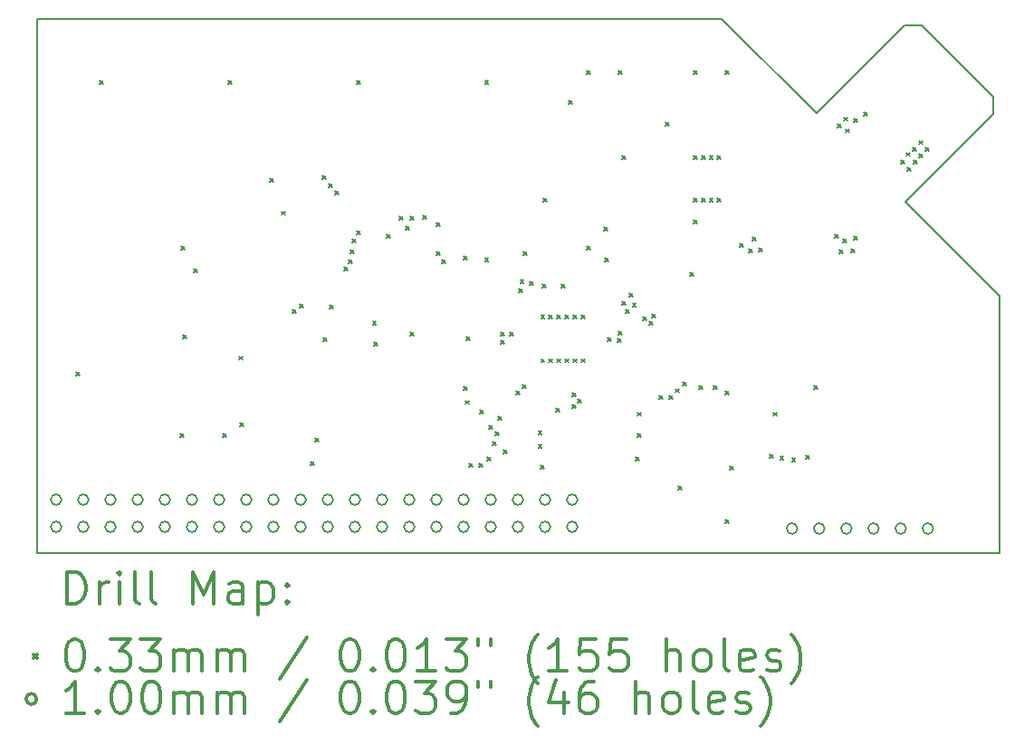
<source format=gbr>
%FSLAX45Y45*%
G04 Gerber Fmt 4.5, Leading zero omitted, Abs format (unit mm)*
G04 Created by KiCad (PCBNEW (5.0.0)) date 11/02/18 20:35:26*
%MOMM*%
%LPD*%
G01*
G04 APERTURE LIST*
%ADD10C,0.150000*%
%ADD11C,0.200000*%
%ADD12C,0.300000*%
G04 APERTURE END LIST*
D10*
X10605000Y-3065000D02*
X10765000Y-3065000D01*
X11435000Y-3895000D02*
X11435000Y-3735000D01*
X9785000Y-3885000D02*
X8900000Y-3000000D01*
X10605000Y-3065000D02*
X9785000Y-3885000D01*
X11435000Y-3735000D02*
X10765000Y-3065000D01*
X10615000Y-4715000D02*
X11435000Y-3895000D01*
X11495000Y-5595000D02*
X10615000Y-4715000D01*
X2500000Y-8000000D02*
X2500000Y-3000000D01*
X11495000Y-8000000D02*
X2500000Y-8000000D01*
X11495000Y-5595000D02*
X11495000Y-8000000D01*
X2500000Y-3000000D02*
X8900000Y-3000000D01*
D11*
X2858490Y-6308490D02*
X2891510Y-6341510D01*
X2891510Y-6308490D02*
X2858490Y-6341510D01*
X3083490Y-3583490D02*
X3116510Y-3616510D01*
X3116510Y-3583490D02*
X3083490Y-3616510D01*
X3833490Y-6883490D02*
X3866510Y-6916510D01*
X3866510Y-6883490D02*
X3833490Y-6916510D01*
X3843490Y-5133490D02*
X3876510Y-5166510D01*
X3876510Y-5133490D02*
X3843490Y-5166510D01*
X3858490Y-5958490D02*
X3891510Y-5991510D01*
X3891510Y-5958490D02*
X3858490Y-5991510D01*
X3963490Y-5343490D02*
X3996510Y-5376510D01*
X3996510Y-5343490D02*
X3963490Y-5376510D01*
X4233490Y-6883490D02*
X4266510Y-6916510D01*
X4266510Y-6883490D02*
X4233490Y-6916510D01*
X4283490Y-3583490D02*
X4316510Y-3616510D01*
X4316510Y-3583490D02*
X4283490Y-3616510D01*
X4383490Y-6158490D02*
X4416510Y-6191510D01*
X4416510Y-6158490D02*
X4383490Y-6191510D01*
X4393480Y-6783490D02*
X4426500Y-6816510D01*
X4426500Y-6783490D02*
X4393480Y-6816510D01*
X4673490Y-4493490D02*
X4706510Y-4526510D01*
X4706510Y-4493490D02*
X4673490Y-4526510D01*
X4783490Y-4803490D02*
X4816510Y-4836510D01*
X4816510Y-4803490D02*
X4783490Y-4836510D01*
X4886434Y-5723782D02*
X4919454Y-5756802D01*
X4919454Y-5723782D02*
X4886434Y-5756802D01*
X4953490Y-5673490D02*
X4986510Y-5706510D01*
X4986510Y-5673490D02*
X4953490Y-5706510D01*
X5053490Y-7143490D02*
X5086510Y-7176510D01*
X5086510Y-7143490D02*
X5053490Y-7176510D01*
X5093490Y-6923490D02*
X5126510Y-6956510D01*
X5126510Y-6923490D02*
X5093490Y-6956510D01*
X5166340Y-4470714D02*
X5199360Y-4503734D01*
X5199360Y-4470714D02*
X5166340Y-4503734D01*
X5173490Y-5983490D02*
X5206510Y-6016510D01*
X5206510Y-5983490D02*
X5173490Y-6016510D01*
X5223490Y-4543490D02*
X5256510Y-4576510D01*
X5256510Y-4543490D02*
X5223490Y-4576510D01*
X5233490Y-5683490D02*
X5266510Y-5716510D01*
X5266510Y-5683490D02*
X5233490Y-5716510D01*
X5283490Y-4613490D02*
X5316510Y-4646510D01*
X5316510Y-4613490D02*
X5283490Y-4646510D01*
X5363490Y-5323490D02*
X5396510Y-5356510D01*
X5396510Y-5323490D02*
X5363490Y-5356510D01*
X5409985Y-5253747D02*
X5443005Y-5286767D01*
X5443005Y-5253747D02*
X5409985Y-5286767D01*
X5423490Y-5163490D02*
X5456510Y-5196510D01*
X5456510Y-5163490D02*
X5423490Y-5196510D01*
X5443439Y-5063465D02*
X5476459Y-5096485D01*
X5476459Y-5063465D02*
X5443439Y-5096485D01*
X5483490Y-3583490D02*
X5516510Y-3616510D01*
X5516510Y-3583490D02*
X5483490Y-3616510D01*
X5483490Y-4983490D02*
X5516510Y-5016510D01*
X5516510Y-4983490D02*
X5483490Y-5016510D01*
X5633490Y-5833490D02*
X5666510Y-5866510D01*
X5666510Y-5833490D02*
X5633490Y-5866510D01*
X5643490Y-6023490D02*
X5676510Y-6056510D01*
X5676510Y-6023490D02*
X5643490Y-6056510D01*
X5763490Y-5023020D02*
X5796510Y-5056040D01*
X5796510Y-5023020D02*
X5763490Y-5056040D01*
X5883490Y-4853490D02*
X5916510Y-4886510D01*
X5916510Y-4853490D02*
X5883490Y-4886510D01*
X5943490Y-4943490D02*
X5976510Y-4976510D01*
X5976510Y-4943490D02*
X5943490Y-4976510D01*
X5983490Y-4853490D02*
X6016510Y-4886510D01*
X6016510Y-4853490D02*
X5983490Y-4886510D01*
X5983490Y-5933490D02*
X6016510Y-5966510D01*
X6016510Y-5933490D02*
X5983490Y-5966510D01*
X6103490Y-4843490D02*
X6136510Y-4876510D01*
X6136510Y-4843490D02*
X6103490Y-4876510D01*
X6233490Y-4908490D02*
X6266510Y-4941510D01*
X6266510Y-4908490D02*
X6233490Y-4941510D01*
X6233490Y-5183490D02*
X6266510Y-5216510D01*
X6266510Y-5183490D02*
X6233490Y-5216510D01*
X6283490Y-5253490D02*
X6316510Y-5286510D01*
X6316510Y-5253490D02*
X6283490Y-5286510D01*
X6483490Y-5223490D02*
X6516510Y-5256510D01*
X6516510Y-5223490D02*
X6483490Y-5256510D01*
X6483490Y-6443490D02*
X6516510Y-6476510D01*
X6516510Y-6443490D02*
X6483490Y-6476510D01*
X6503490Y-6573490D02*
X6536510Y-6606510D01*
X6536510Y-6573490D02*
X6503490Y-6606510D01*
X6513490Y-5973490D02*
X6546510Y-6006510D01*
X6546510Y-5973490D02*
X6513490Y-6006510D01*
X6533490Y-7163490D02*
X6566510Y-7196510D01*
X6566510Y-7163490D02*
X6533490Y-7196510D01*
X6628519Y-7160640D02*
X6661539Y-7193660D01*
X6661539Y-7160640D02*
X6628519Y-7193660D01*
X6633490Y-6663490D02*
X6666510Y-6696510D01*
X6666510Y-6663490D02*
X6633490Y-6696510D01*
X6683490Y-3583490D02*
X6716510Y-3616510D01*
X6716510Y-3583490D02*
X6683490Y-3616510D01*
X6683490Y-5243490D02*
X6716510Y-5276510D01*
X6716510Y-5243490D02*
X6683490Y-5276510D01*
X6703490Y-7103490D02*
X6736510Y-7136510D01*
X6736510Y-7103490D02*
X6703490Y-7136510D01*
X6723490Y-6803490D02*
X6756510Y-6836510D01*
X6756510Y-6803490D02*
X6723490Y-6836510D01*
X6758490Y-6958490D02*
X6791510Y-6991510D01*
X6791510Y-6958490D02*
X6758490Y-6991510D01*
X6783490Y-6863490D02*
X6816510Y-6896510D01*
X6816510Y-6863490D02*
X6783490Y-6896510D01*
X6803490Y-6723490D02*
X6836510Y-6756510D01*
X6836510Y-6723490D02*
X6803490Y-6756510D01*
X6833490Y-5933490D02*
X6866510Y-5966510D01*
X6866510Y-5933490D02*
X6833490Y-5966510D01*
X6833490Y-6013490D02*
X6866510Y-6046510D01*
X6866510Y-6013490D02*
X6833490Y-6046510D01*
X6858490Y-7033490D02*
X6891510Y-7066510D01*
X6891510Y-7033490D02*
X6858490Y-7066510D01*
X6913490Y-5933490D02*
X6946510Y-5966510D01*
X6946510Y-5933490D02*
X6913490Y-5966510D01*
X6973490Y-6483490D02*
X7006510Y-6516510D01*
X7006510Y-6483490D02*
X6973490Y-6516510D01*
X6998490Y-5529740D02*
X7031510Y-5562760D01*
X7031510Y-5529740D02*
X6998490Y-5562760D01*
X7013490Y-5443490D02*
X7046510Y-5476510D01*
X7046510Y-5443490D02*
X7013490Y-5476510D01*
X7033490Y-6423490D02*
X7066510Y-6456510D01*
X7066510Y-6423490D02*
X7033490Y-6456510D01*
X7043490Y-5183490D02*
X7076510Y-5216510D01*
X7076510Y-5183490D02*
X7043490Y-5216510D01*
X7103490Y-5463490D02*
X7136510Y-5496510D01*
X7136510Y-5463490D02*
X7103490Y-5496510D01*
X7183490Y-6858490D02*
X7216510Y-6891510D01*
X7216510Y-6858490D02*
X7183490Y-6891510D01*
X7183490Y-6983490D02*
X7216510Y-7016510D01*
X7216510Y-6983490D02*
X7183490Y-7016510D01*
X7203490Y-7178490D02*
X7236510Y-7211510D01*
X7236510Y-7178490D02*
X7203490Y-7211510D01*
X7208490Y-5773490D02*
X7241510Y-5806510D01*
X7241510Y-5773490D02*
X7208490Y-5806510D01*
X7208490Y-6183490D02*
X7241510Y-6216510D01*
X7241510Y-6183490D02*
X7208490Y-6216510D01*
X7223490Y-5483490D02*
X7256510Y-5516510D01*
X7256510Y-5483490D02*
X7223490Y-5516510D01*
X7233490Y-4683490D02*
X7266510Y-4716510D01*
X7266510Y-4683490D02*
X7233490Y-4716510D01*
X7283490Y-5773490D02*
X7316510Y-5806510D01*
X7316510Y-5773490D02*
X7283490Y-5806510D01*
X7283490Y-6183490D02*
X7316510Y-6216510D01*
X7316510Y-6183490D02*
X7283490Y-6216510D01*
X7348490Y-6643490D02*
X7381510Y-6676510D01*
X7381510Y-6643490D02*
X7348490Y-6676510D01*
X7358490Y-5773490D02*
X7391510Y-5806510D01*
X7391510Y-5773490D02*
X7358490Y-5806510D01*
X7358490Y-6183490D02*
X7391510Y-6216510D01*
X7391510Y-6183490D02*
X7358490Y-6216510D01*
X7399890Y-5482846D02*
X7432910Y-5515866D01*
X7432910Y-5482846D02*
X7399890Y-5515866D01*
X7433490Y-5773490D02*
X7466510Y-5806510D01*
X7466510Y-5773490D02*
X7433490Y-5806510D01*
X7433490Y-6183490D02*
X7466510Y-6216510D01*
X7466510Y-6183490D02*
X7433490Y-6216510D01*
X7463490Y-3763490D02*
X7496510Y-3796510D01*
X7496510Y-3763490D02*
X7463490Y-3796510D01*
X7503490Y-6503490D02*
X7536510Y-6536510D01*
X7536510Y-6503490D02*
X7503490Y-6536510D01*
X7503490Y-6613490D02*
X7536510Y-6646510D01*
X7536510Y-6613490D02*
X7503490Y-6646510D01*
X7508490Y-5773490D02*
X7541510Y-5806510D01*
X7541510Y-5773490D02*
X7508490Y-5806510D01*
X7508490Y-6183490D02*
X7541510Y-6216510D01*
X7541510Y-6183490D02*
X7508490Y-6216510D01*
X7548490Y-6558490D02*
X7581510Y-6591510D01*
X7581510Y-6558490D02*
X7548490Y-6591510D01*
X7583490Y-5773490D02*
X7616510Y-5806510D01*
X7616510Y-5773490D02*
X7583490Y-5806510D01*
X7583490Y-6183490D02*
X7616510Y-6216510D01*
X7616510Y-6183490D02*
X7583490Y-6216510D01*
X7633490Y-3483490D02*
X7666510Y-3516510D01*
X7666510Y-3483490D02*
X7633490Y-3516510D01*
X7633490Y-5133490D02*
X7666510Y-5166510D01*
X7666510Y-5133490D02*
X7633490Y-5166510D01*
X7793490Y-4953490D02*
X7826510Y-4986510D01*
X7826510Y-4953490D02*
X7793490Y-4986510D01*
X7803490Y-5243490D02*
X7836510Y-5276510D01*
X7836510Y-5243490D02*
X7803490Y-5276510D01*
X7833490Y-5983490D02*
X7866510Y-6016510D01*
X7866510Y-5983490D02*
X7833490Y-6016510D01*
X7923490Y-5993490D02*
X7956510Y-6026510D01*
X7956510Y-5993490D02*
X7923490Y-6026510D01*
X7933490Y-3483490D02*
X7966510Y-3516510D01*
X7966510Y-3483490D02*
X7933490Y-3516510D01*
X7933490Y-5923490D02*
X7966510Y-5956510D01*
X7966510Y-5923490D02*
X7933490Y-5956510D01*
X7963490Y-4283490D02*
X7996510Y-4316510D01*
X7996510Y-4283490D02*
X7963490Y-4316510D01*
X7963490Y-5643490D02*
X7996510Y-5676510D01*
X7996510Y-5643490D02*
X7963490Y-5676510D01*
X8003490Y-5723490D02*
X8036510Y-5756510D01*
X8036510Y-5723490D02*
X8003490Y-5756510D01*
X8033490Y-5573490D02*
X8066510Y-5606510D01*
X8066510Y-5573490D02*
X8033490Y-5606510D01*
X8063490Y-5663490D02*
X8096510Y-5696510D01*
X8096510Y-5663490D02*
X8063490Y-5696510D01*
X8093490Y-7103490D02*
X8126510Y-7136510D01*
X8126510Y-7103490D02*
X8093490Y-7136510D01*
X8113490Y-6683490D02*
X8146510Y-6716510D01*
X8146510Y-6683490D02*
X8113490Y-6716510D01*
X8113490Y-6883490D02*
X8146510Y-6916510D01*
X8146510Y-6883490D02*
X8113490Y-6916510D01*
X8163490Y-5793490D02*
X8196510Y-5826510D01*
X8196510Y-5793490D02*
X8163490Y-5826510D01*
X8223490Y-5833490D02*
X8256510Y-5866510D01*
X8256510Y-5833490D02*
X8223490Y-5866510D01*
X8243490Y-5763490D02*
X8276510Y-5796510D01*
X8276510Y-5763490D02*
X8243490Y-5796510D01*
X8313490Y-6523490D02*
X8346510Y-6556510D01*
X8346510Y-6523490D02*
X8313490Y-6556510D01*
X8373490Y-3973490D02*
X8406510Y-4006510D01*
X8406510Y-3973490D02*
X8373490Y-4006510D01*
X8403490Y-6523490D02*
X8436510Y-6556510D01*
X8436510Y-6523490D02*
X8403490Y-6556510D01*
X8463490Y-6463490D02*
X8496510Y-6496510D01*
X8496510Y-6463490D02*
X8463490Y-6496510D01*
X8493490Y-7373490D02*
X8526510Y-7406510D01*
X8526510Y-7373490D02*
X8493490Y-7406510D01*
X8533490Y-6403490D02*
X8566510Y-6436510D01*
X8566510Y-6403490D02*
X8533490Y-6436510D01*
X8598490Y-5373490D02*
X8631510Y-5406510D01*
X8631510Y-5373490D02*
X8598490Y-5406510D01*
X8633490Y-3483490D02*
X8666510Y-3516510D01*
X8666510Y-3483490D02*
X8633490Y-3516510D01*
X8633490Y-4283490D02*
X8666510Y-4316510D01*
X8666510Y-4283490D02*
X8633490Y-4316510D01*
X8633490Y-4683490D02*
X8666510Y-4716510D01*
X8666510Y-4683490D02*
X8633490Y-4716510D01*
X8633490Y-4883490D02*
X8666510Y-4916510D01*
X8666510Y-4883490D02*
X8633490Y-4916510D01*
X8683490Y-6433490D02*
X8716510Y-6466510D01*
X8716510Y-6433490D02*
X8683490Y-6466510D01*
X8708490Y-4283490D02*
X8741510Y-4316510D01*
X8741510Y-4283490D02*
X8708490Y-4316510D01*
X8708490Y-4683490D02*
X8741510Y-4716510D01*
X8741510Y-4683490D02*
X8708490Y-4716510D01*
X8783490Y-4283490D02*
X8816510Y-4316510D01*
X8816510Y-4283490D02*
X8783490Y-4316510D01*
X8783490Y-4683490D02*
X8816510Y-4716510D01*
X8816510Y-4683490D02*
X8783490Y-4716510D01*
X8823490Y-6433490D02*
X8856510Y-6466510D01*
X8856510Y-6433490D02*
X8823490Y-6466510D01*
X8858490Y-4283490D02*
X8891510Y-4316510D01*
X8891510Y-4283490D02*
X8858490Y-4316510D01*
X8858490Y-4683490D02*
X8891510Y-4716510D01*
X8891510Y-4683490D02*
X8858490Y-4716510D01*
X8933490Y-3483490D02*
X8966510Y-3516510D01*
X8966510Y-3483490D02*
X8933490Y-3516510D01*
X8933490Y-6483490D02*
X8966510Y-6516510D01*
X8966510Y-6483490D02*
X8933490Y-6516510D01*
X8933490Y-7683490D02*
X8966510Y-7716510D01*
X8966510Y-7683490D02*
X8933490Y-7716510D01*
X8973490Y-7183490D02*
X9006510Y-7216510D01*
X9006510Y-7183490D02*
X8973490Y-7216510D01*
X9063490Y-5103490D02*
X9096510Y-5136510D01*
X9096510Y-5103490D02*
X9063490Y-5136510D01*
X9153079Y-5153079D02*
X9186099Y-5186099D01*
X9186099Y-5153079D02*
X9153079Y-5186099D01*
X9183490Y-5043490D02*
X9216510Y-5076510D01*
X9216510Y-5043490D02*
X9183490Y-5076510D01*
X9243490Y-5143490D02*
X9276510Y-5176510D01*
X9276510Y-5143490D02*
X9243490Y-5176510D01*
X9343490Y-7073490D02*
X9376510Y-7106510D01*
X9376510Y-7073490D02*
X9343490Y-7106510D01*
X9383490Y-6683490D02*
X9416510Y-6716510D01*
X9416510Y-6683490D02*
X9383490Y-6716510D01*
X9443490Y-7093490D02*
X9476510Y-7126510D01*
X9476510Y-7093490D02*
X9443490Y-7126510D01*
X9553490Y-7113490D02*
X9586510Y-7146510D01*
X9586510Y-7113490D02*
X9553490Y-7146510D01*
X9683490Y-7083490D02*
X9716510Y-7116510D01*
X9716510Y-7083490D02*
X9683490Y-7116510D01*
X9763490Y-6433490D02*
X9796510Y-6466510D01*
X9796510Y-6433490D02*
X9763490Y-6466510D01*
X9953490Y-5023490D02*
X9986510Y-5056510D01*
X9986510Y-5023490D02*
X9953490Y-5056510D01*
X9983490Y-3983490D02*
X10016510Y-4016510D01*
X10016510Y-3983490D02*
X9983490Y-4016510D01*
X9998490Y-5163490D02*
X10031510Y-5196510D01*
X10031510Y-5163490D02*
X9998490Y-5196510D01*
X10033490Y-5063490D02*
X10066510Y-5096510D01*
X10066510Y-5063490D02*
X10033490Y-5096510D01*
X10043490Y-3923490D02*
X10076510Y-3956510D01*
X10076510Y-3923490D02*
X10043490Y-3956510D01*
X10058490Y-4033490D02*
X10091510Y-4066510D01*
X10091510Y-4033490D02*
X10058490Y-4066510D01*
X10108490Y-5158490D02*
X10141510Y-5191510D01*
X10141510Y-5158490D02*
X10108490Y-5191510D01*
X10133490Y-3933490D02*
X10166510Y-3966510D01*
X10166510Y-3933490D02*
X10133490Y-3966510D01*
X10133490Y-5033490D02*
X10166510Y-5066510D01*
X10166510Y-5033490D02*
X10133490Y-5066510D01*
X10223490Y-3873490D02*
X10256510Y-3906510D01*
X10256510Y-3873490D02*
X10223490Y-3906510D01*
X10573490Y-4323490D02*
X10606510Y-4356510D01*
X10606510Y-4323490D02*
X10573490Y-4356510D01*
X10623490Y-4253490D02*
X10656510Y-4286510D01*
X10656510Y-4253490D02*
X10623490Y-4286510D01*
X10633490Y-4393490D02*
X10666510Y-4426510D01*
X10666510Y-4393490D02*
X10633490Y-4426510D01*
X10683490Y-4203490D02*
X10716510Y-4236510D01*
X10716510Y-4203490D02*
X10683490Y-4236510D01*
X10693490Y-4323490D02*
X10726510Y-4356510D01*
X10726510Y-4323490D02*
X10693490Y-4356510D01*
X10743490Y-4143490D02*
X10776510Y-4176510D01*
X10776510Y-4143490D02*
X10743490Y-4176510D01*
X10743490Y-4263490D02*
X10776510Y-4296510D01*
X10776510Y-4263490D02*
X10743490Y-4296510D01*
X10803490Y-4203490D02*
X10836510Y-4236510D01*
X10836510Y-4203490D02*
X10803490Y-4236510D01*
X2724000Y-7500000D02*
G75*
G03X2724000Y-7500000I-50000J0D01*
G01*
X2724000Y-7754000D02*
G75*
G03X2724000Y-7754000I-50000J0D01*
G01*
X2978000Y-7500000D02*
G75*
G03X2978000Y-7500000I-50000J0D01*
G01*
X2978000Y-7754000D02*
G75*
G03X2978000Y-7754000I-50000J0D01*
G01*
X3232000Y-7500000D02*
G75*
G03X3232000Y-7500000I-50000J0D01*
G01*
X3232000Y-7754000D02*
G75*
G03X3232000Y-7754000I-50000J0D01*
G01*
X3486000Y-7500000D02*
G75*
G03X3486000Y-7500000I-50000J0D01*
G01*
X3486000Y-7754000D02*
G75*
G03X3486000Y-7754000I-50000J0D01*
G01*
X3740000Y-7500000D02*
G75*
G03X3740000Y-7500000I-50000J0D01*
G01*
X3740000Y-7754000D02*
G75*
G03X3740000Y-7754000I-50000J0D01*
G01*
X3994000Y-7500000D02*
G75*
G03X3994000Y-7500000I-50000J0D01*
G01*
X3994000Y-7754000D02*
G75*
G03X3994000Y-7754000I-50000J0D01*
G01*
X4248000Y-7500000D02*
G75*
G03X4248000Y-7500000I-50000J0D01*
G01*
X4248000Y-7754000D02*
G75*
G03X4248000Y-7754000I-50000J0D01*
G01*
X4502000Y-7500000D02*
G75*
G03X4502000Y-7500000I-50000J0D01*
G01*
X4502000Y-7754000D02*
G75*
G03X4502000Y-7754000I-50000J0D01*
G01*
X4756000Y-7500000D02*
G75*
G03X4756000Y-7500000I-50000J0D01*
G01*
X4756000Y-7754000D02*
G75*
G03X4756000Y-7754000I-50000J0D01*
G01*
X5010000Y-7500000D02*
G75*
G03X5010000Y-7500000I-50000J0D01*
G01*
X5010000Y-7754000D02*
G75*
G03X5010000Y-7754000I-50000J0D01*
G01*
X5264000Y-7500000D02*
G75*
G03X5264000Y-7500000I-50000J0D01*
G01*
X5264000Y-7754000D02*
G75*
G03X5264000Y-7754000I-50000J0D01*
G01*
X5518000Y-7500000D02*
G75*
G03X5518000Y-7500000I-50000J0D01*
G01*
X5518000Y-7754000D02*
G75*
G03X5518000Y-7754000I-50000J0D01*
G01*
X5772000Y-7500000D02*
G75*
G03X5772000Y-7500000I-50000J0D01*
G01*
X5772000Y-7754000D02*
G75*
G03X5772000Y-7754000I-50000J0D01*
G01*
X6026000Y-7500000D02*
G75*
G03X6026000Y-7500000I-50000J0D01*
G01*
X6026000Y-7754000D02*
G75*
G03X6026000Y-7754000I-50000J0D01*
G01*
X6280000Y-7500000D02*
G75*
G03X6280000Y-7500000I-50000J0D01*
G01*
X6280000Y-7754000D02*
G75*
G03X6280000Y-7754000I-50000J0D01*
G01*
X6534000Y-7500000D02*
G75*
G03X6534000Y-7500000I-50000J0D01*
G01*
X6534000Y-7754000D02*
G75*
G03X6534000Y-7754000I-50000J0D01*
G01*
X6788000Y-7500000D02*
G75*
G03X6788000Y-7500000I-50000J0D01*
G01*
X6788000Y-7754000D02*
G75*
G03X6788000Y-7754000I-50000J0D01*
G01*
X7042000Y-7500000D02*
G75*
G03X7042000Y-7500000I-50000J0D01*
G01*
X7042000Y-7754000D02*
G75*
G03X7042000Y-7754000I-50000J0D01*
G01*
X7296000Y-7500000D02*
G75*
G03X7296000Y-7500000I-50000J0D01*
G01*
X7296000Y-7754000D02*
G75*
G03X7296000Y-7754000I-50000J0D01*
G01*
X7550000Y-7500000D02*
G75*
G03X7550000Y-7500000I-50000J0D01*
G01*
X7550000Y-7754000D02*
G75*
G03X7550000Y-7754000I-50000J0D01*
G01*
X9606000Y-7770000D02*
G75*
G03X9606000Y-7770000I-50000J0D01*
G01*
X9860000Y-7770000D02*
G75*
G03X9860000Y-7770000I-50000J0D01*
G01*
X10114000Y-7770000D02*
G75*
G03X10114000Y-7770000I-50000J0D01*
G01*
X10368000Y-7770000D02*
G75*
G03X10368000Y-7770000I-50000J0D01*
G01*
X10622000Y-7770000D02*
G75*
G03X10622000Y-7770000I-50000J0D01*
G01*
X10876000Y-7770000D02*
G75*
G03X10876000Y-7770000I-50000J0D01*
G01*
D12*
X2778928Y-8473214D02*
X2778928Y-8173214D01*
X2850357Y-8173214D01*
X2893214Y-8187500D01*
X2921786Y-8216071D01*
X2936071Y-8244643D01*
X2950357Y-8301786D01*
X2950357Y-8344643D01*
X2936071Y-8401786D01*
X2921786Y-8430357D01*
X2893214Y-8458929D01*
X2850357Y-8473214D01*
X2778928Y-8473214D01*
X3078928Y-8473214D02*
X3078928Y-8273214D01*
X3078928Y-8330357D02*
X3093214Y-8301786D01*
X3107500Y-8287500D01*
X3136071Y-8273214D01*
X3164643Y-8273214D01*
X3264643Y-8473214D02*
X3264643Y-8273214D01*
X3264643Y-8173214D02*
X3250357Y-8187500D01*
X3264643Y-8201786D01*
X3278928Y-8187500D01*
X3264643Y-8173214D01*
X3264643Y-8201786D01*
X3450357Y-8473214D02*
X3421786Y-8458929D01*
X3407500Y-8430357D01*
X3407500Y-8173214D01*
X3607500Y-8473214D02*
X3578928Y-8458929D01*
X3564643Y-8430357D01*
X3564643Y-8173214D01*
X3950357Y-8473214D02*
X3950357Y-8173214D01*
X4050357Y-8387500D01*
X4150357Y-8173214D01*
X4150357Y-8473214D01*
X4421786Y-8473214D02*
X4421786Y-8316071D01*
X4407500Y-8287500D01*
X4378928Y-8273214D01*
X4321786Y-8273214D01*
X4293214Y-8287500D01*
X4421786Y-8458929D02*
X4393214Y-8473214D01*
X4321786Y-8473214D01*
X4293214Y-8458929D01*
X4278928Y-8430357D01*
X4278928Y-8401786D01*
X4293214Y-8373214D01*
X4321786Y-8358929D01*
X4393214Y-8358929D01*
X4421786Y-8344643D01*
X4564643Y-8273214D02*
X4564643Y-8573214D01*
X4564643Y-8287500D02*
X4593214Y-8273214D01*
X4650357Y-8273214D01*
X4678928Y-8287500D01*
X4693214Y-8301786D01*
X4707500Y-8330357D01*
X4707500Y-8416072D01*
X4693214Y-8444643D01*
X4678928Y-8458929D01*
X4650357Y-8473214D01*
X4593214Y-8473214D01*
X4564643Y-8458929D01*
X4836071Y-8444643D02*
X4850357Y-8458929D01*
X4836071Y-8473214D01*
X4821786Y-8458929D01*
X4836071Y-8444643D01*
X4836071Y-8473214D01*
X4836071Y-8287500D02*
X4850357Y-8301786D01*
X4836071Y-8316071D01*
X4821786Y-8301786D01*
X4836071Y-8287500D01*
X4836071Y-8316071D01*
X2459480Y-8950990D02*
X2492500Y-8984010D01*
X2492500Y-8950990D02*
X2459480Y-8984010D01*
X2836071Y-8803214D02*
X2864643Y-8803214D01*
X2893214Y-8817500D01*
X2907500Y-8831786D01*
X2921786Y-8860357D01*
X2936071Y-8917500D01*
X2936071Y-8988929D01*
X2921786Y-9046072D01*
X2907500Y-9074643D01*
X2893214Y-9088929D01*
X2864643Y-9103214D01*
X2836071Y-9103214D01*
X2807500Y-9088929D01*
X2793214Y-9074643D01*
X2778928Y-9046072D01*
X2764643Y-8988929D01*
X2764643Y-8917500D01*
X2778928Y-8860357D01*
X2793214Y-8831786D01*
X2807500Y-8817500D01*
X2836071Y-8803214D01*
X3064643Y-9074643D02*
X3078928Y-9088929D01*
X3064643Y-9103214D01*
X3050357Y-9088929D01*
X3064643Y-9074643D01*
X3064643Y-9103214D01*
X3178928Y-8803214D02*
X3364643Y-8803214D01*
X3264643Y-8917500D01*
X3307500Y-8917500D01*
X3336071Y-8931786D01*
X3350357Y-8946072D01*
X3364643Y-8974643D01*
X3364643Y-9046072D01*
X3350357Y-9074643D01*
X3336071Y-9088929D01*
X3307500Y-9103214D01*
X3221786Y-9103214D01*
X3193214Y-9088929D01*
X3178928Y-9074643D01*
X3464643Y-8803214D02*
X3650357Y-8803214D01*
X3550357Y-8917500D01*
X3593214Y-8917500D01*
X3621786Y-8931786D01*
X3636071Y-8946072D01*
X3650357Y-8974643D01*
X3650357Y-9046072D01*
X3636071Y-9074643D01*
X3621786Y-9088929D01*
X3593214Y-9103214D01*
X3507500Y-9103214D01*
X3478928Y-9088929D01*
X3464643Y-9074643D01*
X3778928Y-9103214D02*
X3778928Y-8903214D01*
X3778928Y-8931786D02*
X3793214Y-8917500D01*
X3821786Y-8903214D01*
X3864643Y-8903214D01*
X3893214Y-8917500D01*
X3907500Y-8946072D01*
X3907500Y-9103214D01*
X3907500Y-8946072D02*
X3921786Y-8917500D01*
X3950357Y-8903214D01*
X3993214Y-8903214D01*
X4021786Y-8917500D01*
X4036071Y-8946072D01*
X4036071Y-9103214D01*
X4178928Y-9103214D02*
X4178928Y-8903214D01*
X4178928Y-8931786D02*
X4193214Y-8917500D01*
X4221786Y-8903214D01*
X4264643Y-8903214D01*
X4293214Y-8917500D01*
X4307500Y-8946072D01*
X4307500Y-9103214D01*
X4307500Y-8946072D02*
X4321786Y-8917500D01*
X4350357Y-8903214D01*
X4393214Y-8903214D01*
X4421786Y-8917500D01*
X4436071Y-8946072D01*
X4436071Y-9103214D01*
X5021786Y-8788929D02*
X4764643Y-9174643D01*
X5407500Y-8803214D02*
X5436071Y-8803214D01*
X5464643Y-8817500D01*
X5478928Y-8831786D01*
X5493214Y-8860357D01*
X5507500Y-8917500D01*
X5507500Y-8988929D01*
X5493214Y-9046072D01*
X5478928Y-9074643D01*
X5464643Y-9088929D01*
X5436071Y-9103214D01*
X5407500Y-9103214D01*
X5378928Y-9088929D01*
X5364643Y-9074643D01*
X5350357Y-9046072D01*
X5336071Y-8988929D01*
X5336071Y-8917500D01*
X5350357Y-8860357D01*
X5364643Y-8831786D01*
X5378928Y-8817500D01*
X5407500Y-8803214D01*
X5636071Y-9074643D02*
X5650357Y-9088929D01*
X5636071Y-9103214D01*
X5621786Y-9088929D01*
X5636071Y-9074643D01*
X5636071Y-9103214D01*
X5836071Y-8803214D02*
X5864643Y-8803214D01*
X5893214Y-8817500D01*
X5907500Y-8831786D01*
X5921786Y-8860357D01*
X5936071Y-8917500D01*
X5936071Y-8988929D01*
X5921786Y-9046072D01*
X5907500Y-9074643D01*
X5893214Y-9088929D01*
X5864643Y-9103214D01*
X5836071Y-9103214D01*
X5807500Y-9088929D01*
X5793214Y-9074643D01*
X5778928Y-9046072D01*
X5764643Y-8988929D01*
X5764643Y-8917500D01*
X5778928Y-8860357D01*
X5793214Y-8831786D01*
X5807500Y-8817500D01*
X5836071Y-8803214D01*
X6221786Y-9103214D02*
X6050357Y-9103214D01*
X6136071Y-9103214D02*
X6136071Y-8803214D01*
X6107500Y-8846072D01*
X6078928Y-8874643D01*
X6050357Y-8888929D01*
X6321786Y-8803214D02*
X6507500Y-8803214D01*
X6407500Y-8917500D01*
X6450357Y-8917500D01*
X6478928Y-8931786D01*
X6493214Y-8946072D01*
X6507500Y-8974643D01*
X6507500Y-9046072D01*
X6493214Y-9074643D01*
X6478928Y-9088929D01*
X6450357Y-9103214D01*
X6364643Y-9103214D01*
X6336071Y-9088929D01*
X6321786Y-9074643D01*
X6621786Y-8803214D02*
X6621786Y-8860357D01*
X6736071Y-8803214D02*
X6736071Y-8860357D01*
X7178928Y-9217500D02*
X7164643Y-9203214D01*
X7136071Y-9160357D01*
X7121786Y-9131786D01*
X7107500Y-9088929D01*
X7093214Y-9017500D01*
X7093214Y-8960357D01*
X7107500Y-8888929D01*
X7121786Y-8846072D01*
X7136071Y-8817500D01*
X7164643Y-8774643D01*
X7178928Y-8760357D01*
X7450357Y-9103214D02*
X7278928Y-9103214D01*
X7364643Y-9103214D02*
X7364643Y-8803214D01*
X7336071Y-8846072D01*
X7307500Y-8874643D01*
X7278928Y-8888929D01*
X7721786Y-8803214D02*
X7578928Y-8803214D01*
X7564643Y-8946072D01*
X7578928Y-8931786D01*
X7607500Y-8917500D01*
X7678928Y-8917500D01*
X7707500Y-8931786D01*
X7721786Y-8946072D01*
X7736071Y-8974643D01*
X7736071Y-9046072D01*
X7721786Y-9074643D01*
X7707500Y-9088929D01*
X7678928Y-9103214D01*
X7607500Y-9103214D01*
X7578928Y-9088929D01*
X7564643Y-9074643D01*
X8007500Y-8803214D02*
X7864643Y-8803214D01*
X7850357Y-8946072D01*
X7864643Y-8931786D01*
X7893214Y-8917500D01*
X7964643Y-8917500D01*
X7993214Y-8931786D01*
X8007500Y-8946072D01*
X8021786Y-8974643D01*
X8021786Y-9046072D01*
X8007500Y-9074643D01*
X7993214Y-9088929D01*
X7964643Y-9103214D01*
X7893214Y-9103214D01*
X7864643Y-9088929D01*
X7850357Y-9074643D01*
X8378928Y-9103214D02*
X8378928Y-8803214D01*
X8507500Y-9103214D02*
X8507500Y-8946072D01*
X8493214Y-8917500D01*
X8464643Y-8903214D01*
X8421786Y-8903214D01*
X8393214Y-8917500D01*
X8378928Y-8931786D01*
X8693214Y-9103214D02*
X8664643Y-9088929D01*
X8650357Y-9074643D01*
X8636071Y-9046072D01*
X8636071Y-8960357D01*
X8650357Y-8931786D01*
X8664643Y-8917500D01*
X8693214Y-8903214D01*
X8736071Y-8903214D01*
X8764643Y-8917500D01*
X8778928Y-8931786D01*
X8793214Y-8960357D01*
X8793214Y-9046072D01*
X8778928Y-9074643D01*
X8764643Y-9088929D01*
X8736071Y-9103214D01*
X8693214Y-9103214D01*
X8964643Y-9103214D02*
X8936071Y-9088929D01*
X8921786Y-9060357D01*
X8921786Y-8803214D01*
X9193214Y-9088929D02*
X9164643Y-9103214D01*
X9107500Y-9103214D01*
X9078928Y-9088929D01*
X9064643Y-9060357D01*
X9064643Y-8946072D01*
X9078928Y-8917500D01*
X9107500Y-8903214D01*
X9164643Y-8903214D01*
X9193214Y-8917500D01*
X9207500Y-8946072D01*
X9207500Y-8974643D01*
X9064643Y-9003214D01*
X9321786Y-9088929D02*
X9350357Y-9103214D01*
X9407500Y-9103214D01*
X9436071Y-9088929D01*
X9450357Y-9060357D01*
X9450357Y-9046072D01*
X9436071Y-9017500D01*
X9407500Y-9003214D01*
X9364643Y-9003214D01*
X9336071Y-8988929D01*
X9321786Y-8960357D01*
X9321786Y-8946072D01*
X9336071Y-8917500D01*
X9364643Y-8903214D01*
X9407500Y-8903214D01*
X9436071Y-8917500D01*
X9550357Y-9217500D02*
X9564643Y-9203214D01*
X9593214Y-9160357D01*
X9607500Y-9131786D01*
X9621786Y-9088929D01*
X9636071Y-9017500D01*
X9636071Y-8960357D01*
X9621786Y-8888929D01*
X9607500Y-8846072D01*
X9593214Y-8817500D01*
X9564643Y-8774643D01*
X9550357Y-8760357D01*
X2492500Y-9363500D02*
G75*
G03X2492500Y-9363500I-50000J0D01*
G01*
X2936071Y-9499214D02*
X2764643Y-9499214D01*
X2850357Y-9499214D02*
X2850357Y-9199214D01*
X2821786Y-9242072D01*
X2793214Y-9270643D01*
X2764643Y-9284929D01*
X3064643Y-9470643D02*
X3078928Y-9484929D01*
X3064643Y-9499214D01*
X3050357Y-9484929D01*
X3064643Y-9470643D01*
X3064643Y-9499214D01*
X3264643Y-9199214D02*
X3293214Y-9199214D01*
X3321786Y-9213500D01*
X3336071Y-9227786D01*
X3350357Y-9256357D01*
X3364643Y-9313500D01*
X3364643Y-9384929D01*
X3350357Y-9442072D01*
X3336071Y-9470643D01*
X3321786Y-9484929D01*
X3293214Y-9499214D01*
X3264643Y-9499214D01*
X3236071Y-9484929D01*
X3221786Y-9470643D01*
X3207500Y-9442072D01*
X3193214Y-9384929D01*
X3193214Y-9313500D01*
X3207500Y-9256357D01*
X3221786Y-9227786D01*
X3236071Y-9213500D01*
X3264643Y-9199214D01*
X3550357Y-9199214D02*
X3578928Y-9199214D01*
X3607500Y-9213500D01*
X3621786Y-9227786D01*
X3636071Y-9256357D01*
X3650357Y-9313500D01*
X3650357Y-9384929D01*
X3636071Y-9442072D01*
X3621786Y-9470643D01*
X3607500Y-9484929D01*
X3578928Y-9499214D01*
X3550357Y-9499214D01*
X3521786Y-9484929D01*
X3507500Y-9470643D01*
X3493214Y-9442072D01*
X3478928Y-9384929D01*
X3478928Y-9313500D01*
X3493214Y-9256357D01*
X3507500Y-9227786D01*
X3521786Y-9213500D01*
X3550357Y-9199214D01*
X3778928Y-9499214D02*
X3778928Y-9299214D01*
X3778928Y-9327786D02*
X3793214Y-9313500D01*
X3821786Y-9299214D01*
X3864643Y-9299214D01*
X3893214Y-9313500D01*
X3907500Y-9342072D01*
X3907500Y-9499214D01*
X3907500Y-9342072D02*
X3921786Y-9313500D01*
X3950357Y-9299214D01*
X3993214Y-9299214D01*
X4021786Y-9313500D01*
X4036071Y-9342072D01*
X4036071Y-9499214D01*
X4178928Y-9499214D02*
X4178928Y-9299214D01*
X4178928Y-9327786D02*
X4193214Y-9313500D01*
X4221786Y-9299214D01*
X4264643Y-9299214D01*
X4293214Y-9313500D01*
X4307500Y-9342072D01*
X4307500Y-9499214D01*
X4307500Y-9342072D02*
X4321786Y-9313500D01*
X4350357Y-9299214D01*
X4393214Y-9299214D01*
X4421786Y-9313500D01*
X4436071Y-9342072D01*
X4436071Y-9499214D01*
X5021786Y-9184929D02*
X4764643Y-9570643D01*
X5407500Y-9199214D02*
X5436071Y-9199214D01*
X5464643Y-9213500D01*
X5478928Y-9227786D01*
X5493214Y-9256357D01*
X5507500Y-9313500D01*
X5507500Y-9384929D01*
X5493214Y-9442072D01*
X5478928Y-9470643D01*
X5464643Y-9484929D01*
X5436071Y-9499214D01*
X5407500Y-9499214D01*
X5378928Y-9484929D01*
X5364643Y-9470643D01*
X5350357Y-9442072D01*
X5336071Y-9384929D01*
X5336071Y-9313500D01*
X5350357Y-9256357D01*
X5364643Y-9227786D01*
X5378928Y-9213500D01*
X5407500Y-9199214D01*
X5636071Y-9470643D02*
X5650357Y-9484929D01*
X5636071Y-9499214D01*
X5621786Y-9484929D01*
X5636071Y-9470643D01*
X5636071Y-9499214D01*
X5836071Y-9199214D02*
X5864643Y-9199214D01*
X5893214Y-9213500D01*
X5907500Y-9227786D01*
X5921786Y-9256357D01*
X5936071Y-9313500D01*
X5936071Y-9384929D01*
X5921786Y-9442072D01*
X5907500Y-9470643D01*
X5893214Y-9484929D01*
X5864643Y-9499214D01*
X5836071Y-9499214D01*
X5807500Y-9484929D01*
X5793214Y-9470643D01*
X5778928Y-9442072D01*
X5764643Y-9384929D01*
X5764643Y-9313500D01*
X5778928Y-9256357D01*
X5793214Y-9227786D01*
X5807500Y-9213500D01*
X5836071Y-9199214D01*
X6036071Y-9199214D02*
X6221786Y-9199214D01*
X6121786Y-9313500D01*
X6164643Y-9313500D01*
X6193214Y-9327786D01*
X6207500Y-9342072D01*
X6221786Y-9370643D01*
X6221786Y-9442072D01*
X6207500Y-9470643D01*
X6193214Y-9484929D01*
X6164643Y-9499214D01*
X6078928Y-9499214D01*
X6050357Y-9484929D01*
X6036071Y-9470643D01*
X6364643Y-9499214D02*
X6421786Y-9499214D01*
X6450357Y-9484929D01*
X6464643Y-9470643D01*
X6493214Y-9427786D01*
X6507500Y-9370643D01*
X6507500Y-9256357D01*
X6493214Y-9227786D01*
X6478928Y-9213500D01*
X6450357Y-9199214D01*
X6393214Y-9199214D01*
X6364643Y-9213500D01*
X6350357Y-9227786D01*
X6336071Y-9256357D01*
X6336071Y-9327786D01*
X6350357Y-9356357D01*
X6364643Y-9370643D01*
X6393214Y-9384929D01*
X6450357Y-9384929D01*
X6478928Y-9370643D01*
X6493214Y-9356357D01*
X6507500Y-9327786D01*
X6621786Y-9199214D02*
X6621786Y-9256357D01*
X6736071Y-9199214D02*
X6736071Y-9256357D01*
X7178928Y-9613500D02*
X7164643Y-9599214D01*
X7136071Y-9556357D01*
X7121786Y-9527786D01*
X7107500Y-9484929D01*
X7093214Y-9413500D01*
X7093214Y-9356357D01*
X7107500Y-9284929D01*
X7121786Y-9242072D01*
X7136071Y-9213500D01*
X7164643Y-9170643D01*
X7178928Y-9156357D01*
X7421786Y-9299214D02*
X7421786Y-9499214D01*
X7350357Y-9184929D02*
X7278928Y-9399214D01*
X7464643Y-9399214D01*
X7707500Y-9199214D02*
X7650357Y-9199214D01*
X7621786Y-9213500D01*
X7607500Y-9227786D01*
X7578928Y-9270643D01*
X7564643Y-9327786D01*
X7564643Y-9442072D01*
X7578928Y-9470643D01*
X7593214Y-9484929D01*
X7621786Y-9499214D01*
X7678928Y-9499214D01*
X7707500Y-9484929D01*
X7721786Y-9470643D01*
X7736071Y-9442072D01*
X7736071Y-9370643D01*
X7721786Y-9342072D01*
X7707500Y-9327786D01*
X7678928Y-9313500D01*
X7621786Y-9313500D01*
X7593214Y-9327786D01*
X7578928Y-9342072D01*
X7564643Y-9370643D01*
X8093214Y-9499214D02*
X8093214Y-9199214D01*
X8221786Y-9499214D02*
X8221786Y-9342072D01*
X8207500Y-9313500D01*
X8178928Y-9299214D01*
X8136071Y-9299214D01*
X8107500Y-9313500D01*
X8093214Y-9327786D01*
X8407500Y-9499214D02*
X8378928Y-9484929D01*
X8364643Y-9470643D01*
X8350357Y-9442072D01*
X8350357Y-9356357D01*
X8364643Y-9327786D01*
X8378928Y-9313500D01*
X8407500Y-9299214D01*
X8450357Y-9299214D01*
X8478928Y-9313500D01*
X8493214Y-9327786D01*
X8507500Y-9356357D01*
X8507500Y-9442072D01*
X8493214Y-9470643D01*
X8478928Y-9484929D01*
X8450357Y-9499214D01*
X8407500Y-9499214D01*
X8678928Y-9499214D02*
X8650357Y-9484929D01*
X8636071Y-9456357D01*
X8636071Y-9199214D01*
X8907500Y-9484929D02*
X8878928Y-9499214D01*
X8821786Y-9499214D01*
X8793214Y-9484929D01*
X8778928Y-9456357D01*
X8778928Y-9342072D01*
X8793214Y-9313500D01*
X8821786Y-9299214D01*
X8878928Y-9299214D01*
X8907500Y-9313500D01*
X8921786Y-9342072D01*
X8921786Y-9370643D01*
X8778928Y-9399214D01*
X9036071Y-9484929D02*
X9064643Y-9499214D01*
X9121786Y-9499214D01*
X9150357Y-9484929D01*
X9164643Y-9456357D01*
X9164643Y-9442072D01*
X9150357Y-9413500D01*
X9121786Y-9399214D01*
X9078928Y-9399214D01*
X9050357Y-9384929D01*
X9036071Y-9356357D01*
X9036071Y-9342072D01*
X9050357Y-9313500D01*
X9078928Y-9299214D01*
X9121786Y-9299214D01*
X9150357Y-9313500D01*
X9264643Y-9613500D02*
X9278928Y-9599214D01*
X9307500Y-9556357D01*
X9321786Y-9527786D01*
X9336071Y-9484929D01*
X9350357Y-9413500D01*
X9350357Y-9356357D01*
X9336071Y-9284929D01*
X9321786Y-9242072D01*
X9307500Y-9213500D01*
X9278928Y-9170643D01*
X9264643Y-9156357D01*
M02*

</source>
